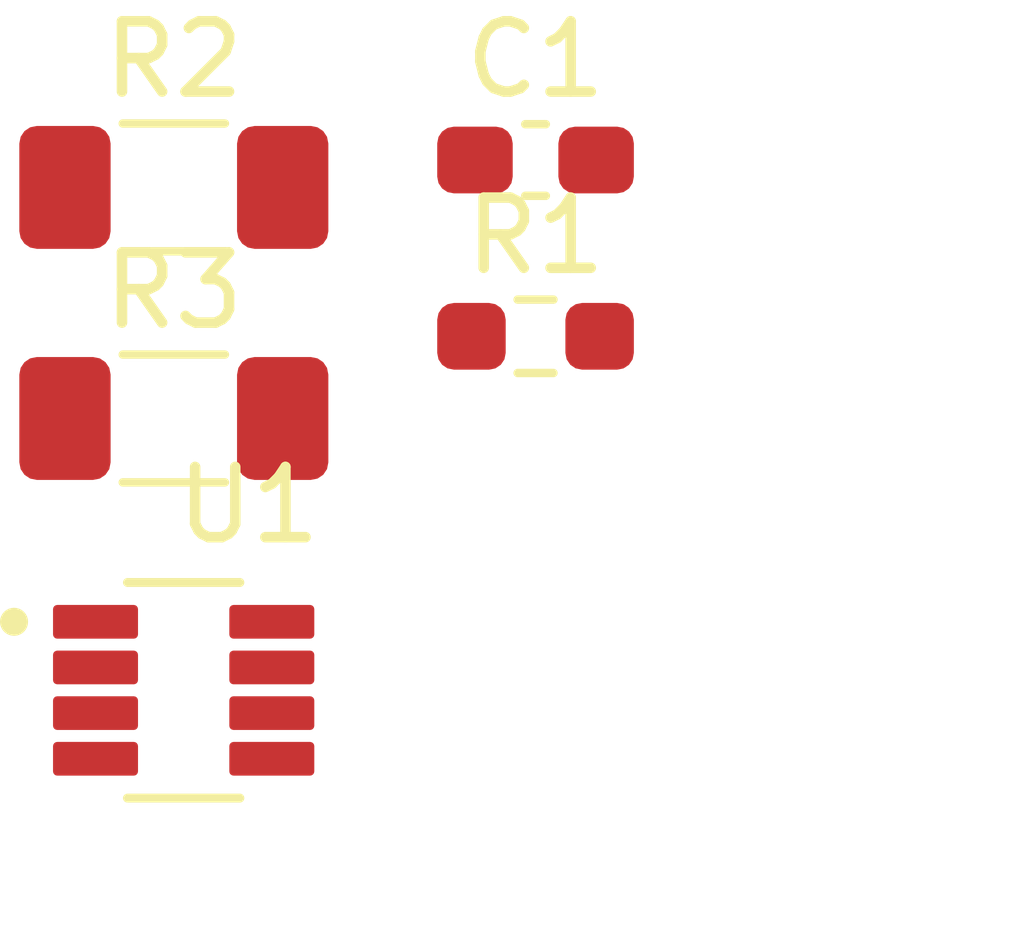
<source format=kicad_pcb>
(kicad_pcb (version 20240108) (generator "pcbnew") (generator_version "8.0")
  (layers (0 "F.Cu" signal) (31 "B.Cu" signal) (34 "B.Paste" user) (35 "F.Paste" user) (36 "B.SilkS" user "B.Silkscreen") (37 "F.SilkS" user "F.Silkscreen") (38 "B.Mask" user) (39 "F.Mask" user) (44 "Edge.Cuts" user))
  (net 0 "")
  (net 1 "GND")
  (net 2 "/5V")
  (net 3 "Net-(U1-A1)")
  (net 4 "/BAT_OUT")
  (net 5 "/BAT_IN")
  (net 6 "/Pin 16")
  (net 7 "/Pin 17")
  (footprint "Resistor_SMD:R_0603_1608Metric_Pad0.98x0.95mm_HandSolder" (layer "F.Cu") (at 148.755 92.485)
    (property "Reference" "R1" (at 0 -1.43 0) (layer "F.SilkS"))
    (property "Value" "3.3k")
    (fp_line (start -0.254724 -0.5225) (end 0.254724 -0.5225) (stroke (width 0.12)) (layer "F.SilkS"))
    (fp_line (start -0.254724 0.5225) (end 0.254724 0.5225) (stroke (width 0.12)) (layer "F.SilkS"))
    (pad "1" smd roundrect (at -0.9125 0) (size 0.975 0.95) (layers "F.Cu" "F.Paste" "F.Mask") (net 3 "Net-(U1-A1)"))
    (pad "2" smd roundrect (at 0.9125 0) (size 0.975 0.95) (layers "F.Cu" "F.Paste" "F.Mask") (net 2 "/5V"))
  )
  (footprint "Resistor_SMD:R_1206_3216Metric_Pad1.30x1.75mm_HandSolder" (layer "F.Cu") (at 143.605 93.655)
    (property "Reference" "R3" (at 0 -1.82 0) (layer "F.SilkS"))
    (property "Value" "100m")
    (fp_line (start -0.727064 -0.91) (end 0.727064 -0.91) (stroke (width 0.12)) (layer "F.SilkS"))
    (fp_line (start -0.727064 0.91) (end 0.727064 0.91) (stroke (width 0.12)) (layer "F.SilkS"))
    (pad "1" smd roundrect (at -1.55 0) (size 1.3 1.75) (layers "F.Cu" "F.Paste" "F.Mask") (roundrect_rratio 0.192308) (net 4 "/BAT_OUT"))
    (pad "2" smd roundrect (at 1.55 0) (size 1.3 1.75) (layers "F.Cu" "F.Paste" "F.Mask") (roundrect_rratio 0.192308) (net 5 "/BAT_IN"))
  )
  (footprint "Resistor_SMD:R_1206_3216Metric_Pad1.30x1.75mm_HandSolder" (layer "F.Cu") (at 143.605 90.365)
    (property "Reference" "R2" (at 0 -1.82 0) (layer "F.SilkS"))
    (property "Value" "100m")
    (fp_line (start -0.727064 -0.91) (end 0.727064 -0.91) (stroke (width 0.12)) (layer "F.SilkS"))
    (fp_line (start -0.727064 0.91) (end 0.727064 0.91) (stroke (width 0.12)) (layer "F.SilkS"))
    (pad "1" smd roundrect (at -1.55 0) (size 1.3 1.75) (layers "F.Cu" "F.Paste" "F.Mask") (roundrect_rratio 0.192308) (net 4 "/BAT_OUT"))
    (pad "2" smd roundrect (at 1.55 0) (size 1.3 1.75) (layers "F.Cu" "F.Paste" "F.Mask") (roundrect_rratio 0.192308) (net 5 "/BAT_IN"))
  )
  (footprint "Capacitor_SMD:C_0603_1608Metric_Pad1.08x0.95mm_HandSolder" (layer "F.Cu") (at 148.755 89.975)
    (property "Reference" "C1" (at 0 -1.43 0) (layer "F.SilkS"))
    (property "Value" "100n")
    (fp_line (start -0.146267 -0.51) (end 0.146267 -0.51) (stroke (width 0.12)) (layer "F.SilkS"))
    (fp_line (start -0.146267 0.51) (end 0.146267 0.51) (stroke (width 0.12)) (layer "F.SilkS"))
    (pad "1" smd roundrect (at -0.8625 0) (size 1.075 0.95) (layers "F.Cu" "F.Paste" "F.Mask") (net 1 "GND"))
    (pad "2" smd roundrect (at 0.8625 0) (size 1.075 0.95) (layers "F.Cu" "F.Paste" "F.Mask") (net 2 "/5V"))
  )
  (footprint "INA219AIDCNR:SOT65P280X145-8N" (layer "F.Cu") (at 143.745 97.525)
    (property "Reference" "U1" (at 0.925 -2.635 0) (layer "F.SilkS"))
    (property "Value" "INA219AxD")
    (fp_line (start -0.8 -1.535) (end 0.8 -1.535) (stroke (width 0.127)) (layer "F.SilkS"))
    (fp_line (start -0.8 1.535) (end 0.8 1.535) (stroke (width 0.127)) (layer "F.SilkS"))
    (fp_circle (center -2.415 -0.975) (end -2.315 -0.975) (stroke (width 0.2)) (fill none) (layer "F.SilkS"))
    (pad "1" smd roundrect (at -1.255 -0.975) (size 1.21 0.48) (layers "F.Cu" "F.Paste" "F.Mask") (roundrect_rratio 0.125) (net 3 "Net-(U1-A1)"))
    (pad "2" smd roundrect (at -1.255 -0.325) (size 1.21 0.48) (layers "F.Cu" "F.Paste" "F.Mask") (roundrect_rratio 0.125) (net 1 "GND"))
    (pad "3" smd roundrect (at -1.255 0.325) (size 1.21 0.48) (layers "F.Cu" "F.Paste" "F.Mask") (roundrect_rratio 0.125) (net 7 "/Pin 17"))
    (pad "4" smd roundrect (at -1.255 0.975) (size 1.21 0.48) (layers "F.Cu" "F.Paste" "F.Mask") (roundrect_rratio 0.125) (net 6 "/Pin 16"))
    (pad "5" smd roundrect (at 1.255 0.975) (size 1.21 0.48) (layers "F.Cu" "F.Paste" "F.Mask") (roundrect_rratio 0.125) (net 2 "/5V"))
    (pad "6" smd roundrect (at 1.255 0.325) (size 1.21 0.48) (layers "F.Cu" "F.Paste" "F.Mask") (roundrect_rratio 0.125) (net 1 "GND"))
    (pad "7" smd roundrect (at 1.255 -0.325) (size 1.21 0.48) (layers "F.Cu" "F.Paste" "F.Mask") (roundrect_rratio 0.125) (net 4 "/BAT_OUT"))
    (pad "8" smd roundrect (at 1.255 -0.975) (size 1.21 0.48) (layers "F.Cu" "F.Paste" "F.Mask") (roundrect_rratio 0.125) (net 5 "/BAT_IN"))
  )
)
</source>
